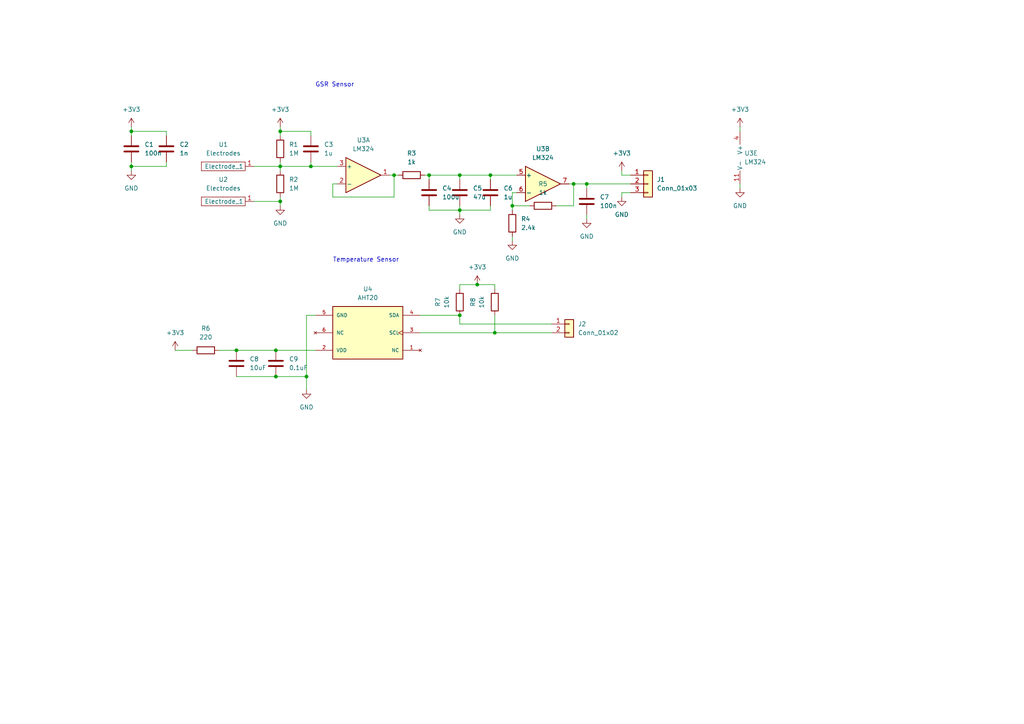
<source format=kicad_sch>
(kicad_sch (version 20211123) (generator eeschema)
  (paper "A4")
  (lib_symbols
    (symbol "Amplifier_Operational:LM324" (pin_names (offset 0.127))
      (property "Reference" "U" (at 0 5.08 0))
      (property "Value" "LM324" (at 0 -5.08 0))
      (symbol "LM324_1_1"
        (polyline (pts (xy -5.08 5.08) (xy 5.08 0) (xy -5.08 -5.08) (xy -5.08 5.08)) (stroke (width 0.254)) (fill (type background)))
        (pin output line (at 7.62 0 180) (length 2.54) (name "~") (number "1"))
        (pin input line (at -7.62 -2.54 0) (length 2.54) (name "-") (number "2"))
        (pin input line (at -7.62 2.54 0) (length 2.54) (name "+") (number "3"))
      )
      (symbol "LM324_2_1"
        (polyline (pts (xy -5.08 5.08) (xy 5.08 0) (xy -5.08 -5.08) (xy -5.08 5.08)) (stroke (width 0.254)) (fill (type background)))
        (pin input line (at -7.62 2.54 0) (length 2.54) (name "+") (number "5"))
        (pin input line (at -7.62 -2.54 0) (length 2.54) (name "-") (number "6"))
        (pin output line (at 7.62 0 180) (length 2.54) (name "~") (number "7"))
      )
      (symbol "LM324_3_1"
        (polyline (pts (xy -5.08 5.08) (xy 5.08 0) (xy -5.08 -5.08) (xy -5.08 5.08)) (stroke (width 0.254)) (fill (type background)))
        (pin input line (at -7.62 2.54 0) (length 2.54) (name "+") (number "10"))
        (pin output line (at 7.62 0 180) (length 2.54) (name "~") (number "8"))
        (pin input line (at -7.62 -2.54 0) (length 2.54) (name "-") (number "9"))
      )
      (symbol "LM324_4_1"
        (polyline (pts (xy -5.08 5.08) (xy 5.08 0) (xy -5.08 -5.08) (xy -5.08 5.08)) (stroke (width 0.254)) (fill (type background)))
        (pin input line (at -7.62 2.54 0) (length 2.54) (name "+") (number "12"))
        (pin input line (at -7.62 -2.54 0) (length 2.54) (name "-") (number "13"))
        (pin output line (at 7.62 0 180) (length 2.54) (name "~") (number "14"))
      )
      (symbol "LM324_5_1"
        (pin power_in line (at -2.54 -7.62 90) (length 3.81) (name "V-") (number "11"))
        (pin power_in line (at -2.54 7.62 270) (length 3.81) (name "V+") (number "4"))
      )
    )
    (symbol "Connector_Generic:Conn_01x02" (pin_names (offset 1.016) hide)
      (property "Reference" "J" (at 0 2.54 0))
      (property "Value" "Conn_01x02" (at 0 -5.08 0))
      (symbol "Conn_01x02_1_1"
        (rectangle (start -1.27 -2.413) (end 0 -2.667) (stroke (width 0.1524)))
        (rectangle (start -1.27 0.127) (end 0 -0.127) (stroke (width 0.1524)))
        (rectangle (start -1.27 1.27) (end 1.27 -3.81) (stroke (width 0.254)) (fill (type background)))
        (pin passive line (at -5.08 0 0) (length 3.81) (name "Pin_1") (number "1"))
        (pin passive line (at -5.08 -2.54 0) (length 3.81) (name "Pin_2") (number "2"))
      )
    )
    (symbol "Connector_Generic:Conn_01x03" (pin_names (offset 1.016) hide)
      (property "Reference" "J" (at 0 5.08 0))
      (property "Value" "Conn_01x03" (at 0 -5.08 0))
      (symbol "Conn_01x03_1_1"
        (rectangle (start -1.27 -2.413) (end 0 -2.667) (stroke (width 0.1524)))
        (rectangle (start -1.27 0.127) (end 0 -0.127) (stroke (width 0.1524)))
        (rectangle (start -1.27 2.667) (end 0 2.413) (stroke (width 0.1524)))
        (rectangle (start -1.27 3.81) (end 1.27 -3.81) (stroke (width 0.254)) (fill (type background)))
        (pin passive line (at -5.08 2.54 0) (length 3.81) (name "Pin_1") (number "1"))
        (pin passive line (at -5.08 0 0) (length 3.81) (name "Pin_2") (number "2"))
        (pin passive line (at -5.08 -2.54 0) (length 3.81) (name "Pin_3") (number "3"))
      )
    )
    (symbol "Device:C" (pin_numbers hide) (pin_names (offset 0.254))
      (property "Reference" "C" (at 0.635 2.54 0))
      (property "Value" "C" (at 0.635 -2.54 0))
      (symbol "C_0_1"
        (polyline (pts (xy -2.032 -0.762) (xy 2.032 -0.762)) (stroke (width 0.508)))
        (polyline (pts (xy -2.032 0.762) (xy 2.032 0.762)) (stroke (width 0.508)))
      )
      (symbol "C_1_1"
        (pin passive line (at 0 3.81 270) (length 2.794) (name "~") (number "1"))
        (pin passive line (at 0 -3.81 90) (length 2.794) (name "~") (number "2"))
      )
    )
    (symbol "Device:R" (pin_numbers hide) (pin_names (offset 0))
      (property "Reference" "R" (at 2.032 0 90))
      (property "Value" "R" (at 0 0 90))
      (symbol "R_0_1"
        (rectangle (start -1.016 -2.54) (end 1.016 2.54) (stroke (width 0.254)))
      )
      (symbol "R_1_1"
        (pin passive line (at 0 3.81 270) (length 1.27) (name "~") (number "1"))
        (pin passive line (at 0 -3.81 90) (length 1.27) (name "~") (number "2"))
      )
    )
    (symbol "Electrodes:Electrodes"
      (property "Reference" "U" (at -8.89 2.54 0))
      (property "Value" "Electrodes" (at 0 2.54 0))
      (symbol "Electrodes_0_1"
        (rectangle (start -11.43 -1.27) (end -11.43 1.27))
        (rectangle (start -11.43 1.27) (end -5.08 1.27))
        (rectangle (start -5.08 -1.27) (end -11.43 -1.27))
        (rectangle (start -5.08 -1.27) (end -1.27 -1.27))
        (rectangle (start -5.08 1.27) (end -1.27 1.27))
        (rectangle (start -1.27 -1.27) (end 1.27 -1.27))
        (rectangle (start -1.27 1.27) (end 1.27 1.27))
        (rectangle (start 1.27 1.27) (end 1.27 -1.27))
      )
      (symbol "Electrodes_1_1"
        (pin output line (at 3.81 0 180) (length 2.54) (name "Electrode_1") (number "1"))
      )
    )
    (symbol "Temp_Sensors:AHT20" (pin_names (offset 1.016))
      (property "Reference" "U" (at -10.16 8.509 0))
      (property "Value" "AHT20" (at -10.16 -10.16 0))
      (symbol "AHT20_0_0"
        (rectangle (start -10.16 -7.62) (end 10.16 7.62) (stroke (width 0.254)) (fill (type background)))
        (pin no_connect line (at -15.24 5.08 0) (length 5.08) (name "NC") (number "1"))
        (pin power_in line (at 15.24 5.08 180) (length 5.08) (name "VDD") (number "2"))
        (pin input clock (at -15.24 0 0) (length 5.08) (name "SCL") (number "3"))
        (pin bidirectional line (at -15.24 -5.08 0) (length 5.08) (name "SDA") (number "4"))
        (pin power_in line (at 15.24 -5.08 180) (length 5.08) (name "GND") (number "5"))
        (pin no_connect line (at 15.24 0 180) (length 5.08) (name "NC") (number "6"))
      )
    )
    (symbol "power:+3.3V" (power) (pin_names (offset 0))
      (property "Value" "+3.3V" (at 0 3.556 0))
      (symbol "+3.3V_0_1"
        (polyline (pts (xy -0.762 1.27) (xy 0 2.54)))
        (polyline (pts (xy 0 0) (xy 0 2.54)))
        (polyline (pts (xy 0 2.54) (xy 0.762 1.27)))
      )
      (symbol "+3.3V_1_1"
        (pin power_in line (at 0 0 90) (length 0) hide (name "+3V3") (number "1"))
      )
    )
    (symbol "power:GND" (power) (pin_names (offset 0))
      (property "Value" "GND" (at 0 -3.81 0))
      (symbol "GND_0_1"
        (polyline (pts (xy 0 0) (xy 0 -1.27) (xy 1.27 -1.27) (xy 0 -2.54) (xy -1.27 -1.27) (xy 0 -1.27)))
      )
      (symbol "GND_1_1"
        (pin power_in line (at 0 0 270) (length 0) hide (name "GND") (number "1"))
      )
    )
  )
  (junction (at 81.28 48.26))
  (junction (at 148.59 59.69))
  (junction (at 68.58 101.6))
  (junction (at 88.9 109.22))
  (junction (at 81.28 58.42))
  (junction (at 133.35 91.44))
  (junction (at 90.17 48.26))
  (junction (at 81.28 38.1))
  (junction (at 114.3 50.8))
  (junction (at 142.24 50.8))
  (junction (at 124.46 50.8))
  (junction (at 38.1 48.26))
  (junction (at 166.37 53.34))
  (junction (at 133.35 60.96))
  (junction (at 133.35 50.8))
  (junction (at 138.43 82.55))
  (junction (at 80.01 101.6))
  (junction (at 38.1 38.1))
  (junction (at 80.01 109.22))
  (junction (at 143.51 96.52))
  (junction (at 170.18 53.34))
  (wire (pts (xy 148.59 55.88) (xy 149.86 55.88)))
  (wire (pts (xy 73.66 48.26) (xy 81.28 48.26)))
  (wire (pts (xy 38.1 38.1) (xy 38.1 39.37)))
  (wire (pts (xy 90.17 39.37) (xy 90.17 38.1)))
  (wire (pts (xy 80.01 109.22) (xy 88.9 109.22)))
  (wire (pts (xy 161.29 59.69) (xy 166.37 59.69)))
  (wire (pts (xy 96.52 57.15) (xy 114.3 57.15)))
  (wire (pts (xy 38.1 36.83) (xy 38.1 38.1)))
  (wire (pts (xy 124.46 59.69) (xy 124.46 60.96)))
  (wire (pts (xy 170.18 53.34) (xy 166.37 53.34)))
  (wire (pts (xy 90.17 48.26) (xy 97.79 48.26)))
  (wire (pts (xy 90.17 48.26) (xy 81.28 48.26)))
  (wire (pts (xy 133.35 59.69) (xy 133.35 60.96)))
  (wire (pts (xy 91.44 91.44) (xy 88.9 91.44)))
  (wire (pts (xy 182.88 55.88) (xy 180.34 55.88)))
  (wire (pts (xy 88.9 91.44) (xy 88.9 109.22)))
  (wire (pts (xy 124.46 50.8) (xy 124.46 52.07)))
  (wire (pts (xy 38.1 48.26) (xy 38.1 46.99)))
  (wire (pts (xy 90.17 46.99) (xy 90.17 48.26)))
  (wire (pts (xy 73.66 58.42) (xy 81.28 58.42)))
  (wire (pts (xy 114.3 57.15) (xy 114.3 50.8)))
  (wire (pts (xy 143.51 96.52) (xy 143.51 91.44)))
  (wire (pts (xy 133.35 93.98) (xy 133.35 91.44)))
  (wire (pts (xy 133.35 50.8) (xy 133.35 52.07)))
  (wire (pts (xy 124.46 60.96) (xy 133.35 60.96)))
  (wire (pts (xy 142.24 50.8) (xy 142.24 52.07)))
  (wire (pts (xy 123.19 50.8) (xy 124.46 50.8)))
  (wire (pts (xy 148.59 60.96) (xy 148.59 59.69)))
  (wire (pts (xy 142.24 60.96) (xy 142.24 59.69)))
  (wire (pts (xy 81.28 38.1) (xy 81.28 39.37)))
  (wire (pts (xy 133.35 60.96) (xy 133.35 62.23)))
  (wire (pts (xy 114.3 50.8) (xy 115.57 50.8)))
  (wire (pts (xy 143.51 82.55) (xy 138.43 82.55)))
  (wire (pts (xy 214.63 36.83) (xy 214.63 38.1)))
  (wire (pts (xy 81.28 48.26) (xy 81.28 49.53)))
  (wire (pts (xy 80.01 101.6) (xy 91.44 101.6)))
  (wire (pts (xy 133.35 82.55) (xy 138.43 82.55)))
  (wire (pts (xy 50.8 101.6) (xy 55.88 101.6)))
  (wire (pts (xy 170.18 53.34) (xy 182.88 53.34)))
  (wire (pts (xy 48.26 39.37) (xy 48.26 38.1)))
  (wire (pts (xy 148.59 68.58) (xy 148.59 69.85)))
  (wire (pts (xy 170.18 62.23) (xy 170.18 63.5)))
  (wire (pts (xy 114.3 50.8) (xy 113.03 50.8)))
  (wire (pts (xy 180.34 49.53) (xy 180.34 50.8)))
  (wire (pts (xy 121.92 96.52) (xy 143.51 96.52)))
  (wire (pts (xy 48.26 38.1) (xy 38.1 38.1)))
  (wire (pts (xy 63.5 101.6) (xy 68.58 101.6)))
  (wire (pts (xy 81.28 46.99) (xy 81.28 48.26)))
  (wire (pts (xy 88.9 109.22) (xy 88.9 113.03)))
  (wire (pts (xy 180.34 50.8) (xy 182.88 50.8)))
  (wire (pts (xy 38.1 48.26) (xy 38.1 49.53)))
  (wire (pts (xy 81.28 58.42) (xy 81.28 57.15)))
  (wire (pts (xy 48.26 48.26) (xy 38.1 48.26)))
  (wire (pts (xy 81.28 58.42) (xy 81.28 59.69)))
  (wire (pts (xy 90.17 38.1) (xy 81.28 38.1)))
  (wire (pts (xy 96.52 53.34) (xy 96.52 57.15)))
  (wire (pts (xy 68.58 109.22) (xy 80.01 109.22)))
  (wire (pts (xy 166.37 53.34) (xy 165.1 53.34)))
  (wire (pts (xy 170.18 54.61) (xy 170.18 53.34)))
  (wire (pts (xy 214.63 53.34) (xy 214.63 54.61)))
  (wire (pts (xy 160.02 93.98) (xy 133.35 93.98)))
  (wire (pts (xy 143.51 83.82) (xy 143.51 82.55)))
  (wire (pts (xy 81.28 36.83) (xy 81.28 38.1)))
  (wire (pts (xy 148.59 59.69) (xy 148.59 55.88)))
  (wire (pts (xy 124.46 50.8) (xy 133.35 50.8)))
  (wire (pts (xy 143.51 96.52) (xy 160.02 96.52)))
  (wire (pts (xy 133.35 83.82) (xy 133.35 82.55)))
  (wire (pts (xy 166.37 59.69) (xy 166.37 53.34)))
  (wire (pts (xy 180.34 55.88) (xy 180.34 57.15)))
  (wire (pts (xy 68.58 101.6) (xy 80.01 101.6)))
  (wire (pts (xy 133.35 60.96) (xy 142.24 60.96)))
  (wire (pts (xy 121.92 91.44) (xy 133.35 91.44)))
  (wire (pts (xy 133.35 50.8) (xy 142.24 50.8)))
  (wire (pts (xy 142.24 50.8) (xy 149.86 50.8)))
  (wire (pts (xy 97.79 53.34) (xy 96.52 53.34)))
  (wire (pts (xy 148.59 59.69) (xy 153.67 59.69)))
  (wire (pts (xy 48.26 46.99) (xy 48.26 48.26)))
  (text "GSR Sensor" (at 91.44 25.4 0) (effects (font (size 1.27 1.27)) (justify left bottom)))
  (text "Temperature Sensor\n" (at 96.52 76.2 0) (effects (font (size 1.27 1.27)) (justify left bottom)))
  (symbol (lib_id "Device:R") (at 133.35 87.63 0) (mirror x) (unit 1)
    (property "Reference" "R7" (at 127 87.63 90))
    (property "Value" "10k" (at 129.54 87.63 90))
    (property "Footprint" "Resistor_SMD:R_1206_3216Metric_Pad1.30x1.75mm_HandSolder" (effects hide))
  )
  (symbol (lib_id "Device:R") (at 119.38 50.8 90) (mirror x) (unit 1)
    (property "Reference" "R3" (at 119.38 44.45 90))
    (property "Value" "1k" (at 119.38 46.99 90))
    (property "Footprint" "Resistor_SMD:R_1206_3216Metric_Pad1.30x1.75mm_HandSolder" (effects hide))
  )
  (symbol (lib_id "Device:C") (at 142.24 55.88 0) (unit 1)
    (property "Reference" "C6" (at 146.05 54.6099 0) (effects (justify left)))
    (property "Value" "1u" (at 146.05 57.1499 0) (effects (justify left)))
    (property "Footprint" "Capacitor_SMD:C_1206_3216Metric" (effects hide))
  )
  (symbol (lib_id "Device:R") (at 148.59 64.77 0) (unit 1)
    (property "Reference" "R4" (at 151.13 63.4999 0) (effects (justify left)))
    (property "Value" "2.4k" (at 151.13 66.0399 0) (effects (justify left)))
    (property "Footprint" "Resistor_SMD:R_1206_3216Metric_Pad1.30x1.75mm_HandSolder" (effects hide))
  )
  (symbol (lib_id "power:GND") (at 81.28 59.69 0) (unit 1)
    (property "Reference" "#PWR04" (effects hide))
    (property "Value" "GND" (at 81.28 64.77 0))
  )
  (symbol (lib_id "Device:R") (at 157.48 59.69 270) (unit 1)
    (property "Reference" "R5" (at 157.48 53.34 90))
    (property "Value" "1k" (at 157.48 55.88 90))
    (property "Footprint" "Resistor_SMD:R_1206_3216Metric_Pad1.30x1.75mm_HandSolder" (effects hide))
  )
  (symbol (lib_id "Device:C") (at 48.26 43.18 0) (unit 1)
    (property "Reference" "C2" (at 52.07 41.9099 0) (effects (justify left)))
    (property "Value" "1n" (at 52.07 44.4499 0) (effects (justify left)))
    (property "Footprint" "Capacitor_SMD:C_1206_3216Metric" (effects hide))
  )
  (symbol (lib_id "power:+3.3V") (at 50.8 101.6 0) (unit 1)
    (property "Reference" "#PWR010" (effects hide))
    (property "Value" "+3.3V" (at 50.8 96.52 0))
  )
  (symbol (lib_id "Device:R") (at 81.28 43.18 0) (unit 1)
    (property "Reference" "R1" (at 83.82 41.9099 0) (effects (justify left)))
    (property "Value" "1M" (at 83.82 44.4499 0) (effects (justify left)))
    (property "Footprint" "Resistor_SMD:R_1206_3216Metric_Pad1.30x1.75mm_HandSolder" (effects hide))
  )
  (symbol (lib_id "Device:C") (at 68.58 105.41 0) (unit 1)
    (property "Reference" "C8" (at 72.39 104.1399 0) (effects (justify left)))
    (property "Value" "10uF" (at 72.39 106.6799 0) (effects (justify left)))
    (property "Footprint" "Capacitor_SMD:C_1206_3216Metric" (effects hide))
  )
  (symbol (lib_id "power:GND") (at 214.63 54.61 0) (unit 1)
    (property "Reference" "#PWR09" (effects hide))
    (property "Value" "GND" (at 214.63 59.69 0))
  )
  (symbol (lib_id "Amplifier_Operational:LM324") (at 217.17 45.72 0) (unit 5)
    (property "Reference" "U3" (at 215.9 44.4499 0) (effects (justify left)))
    (property "Value" "LM324" (at 215.9 46.9899 0) (effects (justify left)))
    (property "Footprint" "Package_SO:SOIC-14_3.9x8.7mm_P1.27mm" (effects hide))
    (property "Datasheet" "http://www.ti.com/lit/ds/symlink/lm2902-n.pdf" (effects hide))
  )
  (symbol (lib_id "power:+3.3V") (at 214.63 36.83 0) (unit 1)
    (property "Reference" "#PWR08" (effects hide))
    (property "Value" "+3.3V" (at 214.63 31.75 0))
  )
  (symbol (lib_id "Connector_Generic:Conn_01x03") (at 187.96 53.34 0) (unit 1)
    (property "Reference" "J1" (at 190.5 52.0699 0) (effects (justify left)))
    (property "Value" "Conn_01x03" (at 190.5 54.6099 0) (effects (justify left)))
    (property "Footprint" "Connector_PinHeader_2.54mm:PinHeader_1x03_P2.54mm_Vertical" (effects hide))
  )
  (symbol (lib_id "Device:R") (at 143.51 87.63 0) (mirror x) (unit 1)
    (property "Reference" "R8" (at 137.16 87.63 90))
    (property "Value" "10k" (at 139.7 87.63 90))
    (property "Footprint" "Resistor_SMD:R_1206_3216Metric_Pad1.30x1.75mm_HandSolder" (effects hide))
  )
  (symbol (lib_id "power:GND") (at 133.35 62.23 0) (unit 1)
    (property "Reference" "#PWR05" (effects hide))
    (property "Value" "GND" (at 133.35 67.31 0))
  )
  (symbol (lib_id "power:+3.3V") (at 38.1 36.83 0) (unit 1)
    (property "Reference" "#PWR01" (effects hide))
    (property "Value" "+3.3V" (at 38.1 31.75 0))
  )
  (symbol (lib_id "Device:C") (at 170.18 58.42 0) (unit 1)
    (property "Reference" "C7" (at 173.99 57.1499 0) (effects (justify left)))
    (property "Value" "100n" (at 173.99 59.6899 0) (effects (justify left)))
    (property "Footprint" "Capacitor_SMD:C_1206_3216Metric" (effects hide))
  )
  (symbol (lib_id "power:GND") (at 88.9 113.03 0) (unit 1)
    (property "Reference" "#PWR011" (effects hide))
    (property "Value" "GND" (at 88.9 118.11 0))
  )
  (symbol (lib_id "Amplifier_Operational:LM324") (at 105.41 50.8 0) (unit 1)
    (property "Reference" "U3" (at 105.41 40.64 0))
    (property "Value" "LM324" (at 105.41 43.18 0))
    (property "Footprint" "Package_SO:SOIC-14_3.9x8.7mm_P1.27mm" (effects hide))
    (property "Datasheet" "http://www.ti.com/lit/ds/symlink/lm2902-n.pdf" (effects hide))
  )
  (symbol (lib_id "power:+3.3V") (at 138.43 82.55 0) (unit 1)
    (property "Reference" "#PWR012" (effects hide))
    (property "Value" "+3.3V" (at 138.43 77.47 0))
  )
  (symbol (lib_id "Device:R") (at 81.28 53.34 0) (unit 1)
    (property "Reference" "R2" (at 83.82 52.0699 0) (effects (justify left)))
    (property "Value" "1M" (at 83.82 54.6099 0) (effects (justify left)))
    (property "Footprint" "Resistor_SMD:R_1206_3216Metric_Pad1.30x1.75mm_HandSolder" (effects hide))
  )
  (symbol (lib_id "power:+3.3V") (at 81.28 36.83 0) (unit 1)
    (property "Reference" "#PWR03" (effects hide))
    (property "Value" "+3.3V" (at 81.28 31.75 0))
  )
  (symbol (lib_id "Device:C") (at 38.1 43.18 0) (unit 1)
    (property "Reference" "C1" (at 41.91 41.9099 0) (effects (justify left)))
    (property "Value" "100n" (at 41.91 44.4499 0) (effects (justify left)))
    (property "Footprint" "Capacitor_SMD:C_1206_3216Metric" (effects hide))
  )
  (symbol (lib_id "Temp_Sensors:AHT20") (at 106.68 96.52 180) (unit 1)
    (property "Reference" "U4" (at 106.68 83.82 0))
    (property "Value" "AHT20" (at 106.68 86.36 0))
    (property "Footprint" "PSON100P300X300X110-6N" (effects hide))
    (property "MAXIMUM_PACKAGE_HEIGHT" "1.1mm" (effects hide))
    (property "STANDARD" "IPC 7351B" (effects hide))
    (property "MANUFACTURER" "Asair" (effects hide))
    (property "PARTREV" "V1.0" (effects hide))
  )
  (symbol (lib_id "Electrodes:Electrodes") (at 69.85 58.42 0) (unit 1)
    (property "Reference" "U2" (at 64.77 52.07 0))
    (property "Value" "Electrodes" (at 64.77 54.61 0))
    (property "Footprint" "Electrode:Electrode" (effects hide))
  )
  (symbol (lib_id "power:+3.3V") (at 180.34 49.53 0) (unit 1)
    (property "Reference" "#PWR0102" (effects hide))
    (property "Value" "+3.3V" (at 180.34 44.45 0))
  )
  (symbol (lib_id "Device:C") (at 133.35 55.88 0) (unit 1)
    (property "Reference" "C5" (at 137.16 54.6099 0) (effects (justify left)))
    (property "Value" "47u" (at 137.16 57.1499 0) (effects (justify left)))
    (property "Footprint" "Capacitor_SMD:C_1206_3216Metric" (effects hide))
  )
  (symbol (lib_id "Connector_Generic:Conn_01x02") (at 165.1 93.98 0) (unit 1)
    (property "Reference" "J2" (at 167.64 93.9799 0) (effects (justify left)))
    (property "Value" "Conn_01x02" (at 167.64 96.5199 0) (effects (justify left)))
    (property "Footprint" "Connector_PinHeader_2.54mm:PinHeader_1x02_P2.54mm_Vertical" (effects hide))
  )
  (symbol (lib_id "power:GND") (at 38.1 49.53 0) (unit 1)
    (property "Reference" "#PWR02" (effects hide))
    (property "Value" "GND" (at 38.1 54.61 0))
  )
  (symbol (lib_id "power:GND") (at 170.18 63.5 0) (unit 1)
    (property "Reference" "#PWR07" (effects hide))
    (property "Value" "GND" (at 170.18 68.58 0))
  )
  (symbol (lib_id "Device:C") (at 90.17 43.18 0) (unit 1)
    (property "Reference" "C3" (at 93.98 41.9099 0) (effects (justify left)))
    (property "Value" "1u" (at 93.98 44.4499 0) (effects (justify left)))
    (property "Footprint" "Capacitor_SMD:C_1206_3216Metric" (effects hide))
  )
  (symbol (lib_id "Device:C") (at 80.01 105.41 0) (unit 1)
    (property "Reference" "C9" (at 83.82 104.1399 0) (effects (justify left)))
    (property "Value" "0.1uF" (at 83.82 106.6799 0) (effects (justify left)))
    (property "Footprint" "Capacitor_SMD:C_1206_3216Metric" (effects hide))
  )
  (symbol (lib_id "Amplifier_Operational:LM324") (at 157.48 53.34 0) (unit 2)
    (property "Reference" "U3" (at 157.48 43.18 0))
    (property "Value" "LM324" (at 157.48 45.72 0))
    (property "Footprint" "Package_SO:SOIC-14_3.9x8.7mm_P1.27mm" (effects hide))
    (property "Datasheet" "http://www.ti.com/lit/ds/symlink/lm2902-n.pdf" (effects hide))
  )
  (symbol (lib_id "Device:C") (at 124.46 55.88 0) (unit 1)
    (property "Reference" "C4" (at 128.27 54.6099 0) (effects (justify left)))
    (property "Value" "100u" (at 128.27 57.1499 0) (effects (justify left)))
    (property "Footprint" "Capacitor_SMD:C_1206_3216Metric" (effects hide))
  )
  (symbol (lib_id "Electrodes:Electrodes") (at 69.85 48.26 0) (unit 1)
    (property "Reference" "U1" (at 64.77 41.91 0))
    (property "Value" "Electrodes" (at 64.77 44.45 0))
    (property "Footprint" "Electrode:Electrode" (effects hide))
  )
  (symbol (lib_id "power:GND") (at 180.34 57.15 0) (unit 1)
    (property "Reference" "#PWR0101" (effects hide))
    (property "Value" "GND" (at 180.34 62.23 0))
  )
  (symbol (lib_id "power:GND") (at 148.59 69.85 0) (unit 1)
    (property "Reference" "#PWR06" (effects hide))
    (property "Value" "GND" (at 148.59 74.93 0))
  )
  (symbol (lib_id "Device:R") (at 59.69 101.6 90) (mirror x) (unit 1)
    (property "Reference" "R6" (at 59.69 95.25 90))
    (property "Value" "220" (at 59.69 97.79 90))
    (property "Footprint" "Resistor_SMD:R_1206_3216Metric_Pad1.30x1.75mm_HandSolder" (effects hide))
  )
)
</source>
